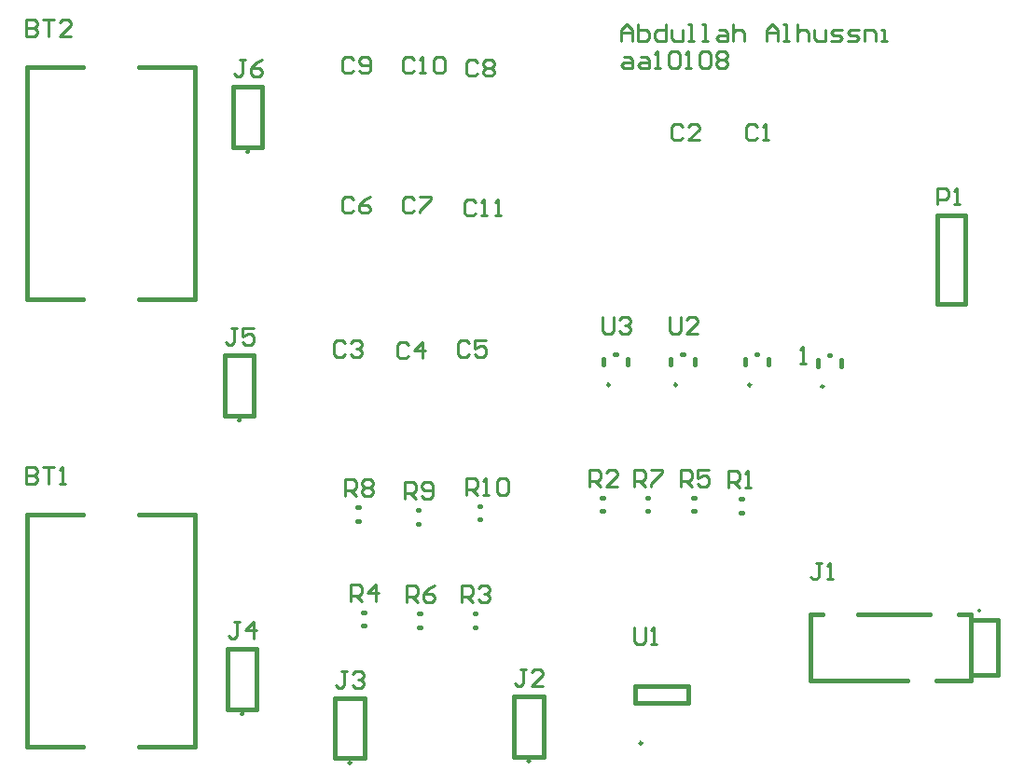
<source format=gto>
G04*
G04 #@! TF.GenerationSoftware,Altium Limited,Altium Designer,24.6.1 (21)*
G04*
G04 Layer_Color=65535*
%FSLAX44Y44*%
%MOMM*%
G71*
G04*
G04 #@! TF.SameCoordinates,331DEB25-2CF6-4BCB-8A95-B8F28AD14DBC*
G04*
G04*
G04 #@! TF.FilePolarity,Positive*
G04*
G01*
G75*
%ADD10C,0.2500*%
%ADD11C,0.2000*%
%ADD12C,0.4000*%
%ADD13C,0.2540*%
D10*
X567520Y360000D02*
G03*
X567520Y360000I-1250J0D01*
G01*
X761830Y358730D02*
G03*
X761830Y358730I-1250J0D01*
G01*
X596880Y34709D02*
G03*
X596880Y34709I-1250J0D01*
G01*
X495280Y18280D02*
G03*
X495280Y18280I-1250J0D01*
G01*
X332720Y17010D02*
G03*
X332720Y17010I-1250J0D01*
G01*
X695790Y360000D02*
G03*
X695790Y360000I-1250J0D01*
G01*
X628480D02*
G03*
X628480Y360000I-1250J0D01*
G01*
X234930Y61460D02*
G03*
X234930Y61460I-1250J0D01*
G01*
X232390Y328160D02*
G03*
X232390Y328160I-1250J0D01*
G01*
X240010Y572000D02*
G03*
X240010Y572000I-1250J0D01*
G01*
D11*
X903940Y154920D02*
G03*
X903940Y154920I-1000J0D01*
G01*
D12*
X583520Y378250D02*
Y383750D01*
X572020Y388000D02*
X573520D01*
X562020Y378250D02*
Y383750D01*
X686344Y243940D02*
X687796D01*
X686344Y256440D02*
X687796D01*
X777830Y376980D02*
Y382480D01*
X766330Y386730D02*
X767830D01*
X756330Y376980D02*
Y382480D01*
X894940Y146920D02*
X919940D01*
Y96920D02*
Y146920D01*
X894940Y96920D02*
X919940D01*
X749940Y151920D02*
X760940D01*
X792940D02*
X857940D01*
X883940D02*
X894940D01*
X749940Y91920D02*
Y151920D01*
Y91920D02*
X837940D01*
X863940D02*
X894940D01*
Y96920D01*
Y146920D01*
Y151920D01*
X394244Y139800D02*
X395696D01*
X394244Y152300D02*
X395696D01*
X590180Y70950D02*
X639180D01*
Y86530D01*
X590180D02*
X639180D01*
X590180Y70950D02*
Y86530D01*
X480680Y22230D02*
X507380D01*
Y76830D01*
X480680D02*
X507380D01*
X480680Y22230D02*
Y76830D01*
X318120Y20960D02*
X344820D01*
Y75560D01*
X318120D02*
X344820D01*
X318120Y20960D02*
Y75560D01*
X560233Y245210D02*
X561684D01*
X560233Y257710D02*
X561684D01*
X444663Y139800D02*
X446114D01*
X444663Y152300D02*
X446114D01*
X343444Y153570D02*
X344896D01*
X343444Y141070D02*
X344896D01*
X711790Y378250D02*
Y383750D01*
X700290Y388000D02*
X701790D01*
X690290Y378250D02*
Y383750D01*
X643164Y257710D02*
X644616D01*
X643164Y245210D02*
X644616D01*
X644480Y378250D02*
Y383750D01*
X632980Y388000D02*
X634480D01*
X622980Y378250D02*
Y383750D01*
X601254Y245210D02*
X602706D01*
X601254Y257710D02*
X602706D01*
X392974Y246280D02*
X394426D01*
X392974Y233780D02*
X394426D01*
X338364Y248820D02*
X339816D01*
X338364Y236320D02*
X339816D01*
X864870Y513710D02*
X890270D01*
Y433710D02*
Y513710D01*
X864870Y433710D02*
X890270D01*
X864870D02*
Y513710D01*
X448854Y250090D02*
X450306D01*
X448854Y237590D02*
X450306D01*
X38100Y31760D02*
Y242560D01*
X88900D01*
X38100Y31760D02*
X88900D01*
X139700D02*
X190500D01*
Y242560D01*
X139700D02*
X190500D01*
X220330Y65410D02*
X247030D01*
Y120010D01*
X220330D02*
X247030D01*
X220330Y65410D02*
Y120010D01*
X38100Y438160D02*
Y648960D01*
X88900D01*
X38100Y438160D02*
X88900D01*
X139700D02*
X190500D01*
Y648960D01*
X139700D02*
X190500D01*
X217790Y332110D02*
X244490D01*
Y386710D01*
X217790D02*
X244490D01*
X217790Y332110D02*
Y386710D01*
X225410Y575950D02*
X252110D01*
Y630550D01*
X225410D02*
X252110D01*
X225410Y575950D02*
Y630550D01*
D13*
X577850Y672078D02*
Y682235D01*
X582928Y687313D01*
X588007Y682235D01*
Y672078D01*
Y679696D01*
X577850D01*
X593085Y687313D02*
Y672078D01*
X600703D01*
X603242Y674617D01*
Y677156D01*
Y679696D01*
X600703Y682235D01*
X593085D01*
X618477Y687313D02*
Y672078D01*
X610859D01*
X608320Y674617D01*
Y679696D01*
X610859Y682235D01*
X618477D01*
X623555D02*
Y674617D01*
X626094Y672078D01*
X633712D01*
Y682235D01*
X638790Y672078D02*
X643869D01*
X641329D01*
Y687313D01*
X638790D01*
X651486Y672078D02*
X656564D01*
X654025D01*
Y687313D01*
X651486D01*
X666721Y682235D02*
X671800D01*
X674339Y679696D01*
Y672078D01*
X666721D01*
X664182Y674617D01*
X666721Y677156D01*
X674339D01*
X679417Y687313D02*
Y672078D01*
Y679696D01*
X681956Y682235D01*
X687035D01*
X689574Y679696D01*
Y672078D01*
X709887D02*
Y682235D01*
X714966Y687313D01*
X720044Y682235D01*
Y672078D01*
Y679696D01*
X709887D01*
X725122Y672078D02*
X730201D01*
X727662D01*
Y687313D01*
X725122D01*
X737818D02*
Y672078D01*
Y679696D01*
X740357Y682235D01*
X745436D01*
X747975Y679696D01*
Y672078D01*
X753053Y682235D02*
Y674617D01*
X755592Y672078D01*
X763210D01*
Y682235D01*
X768288Y672078D02*
X775906D01*
X778445Y674617D01*
X775906Y677156D01*
X770828D01*
X768288Y679696D01*
X770828Y682235D01*
X778445D01*
X783523Y672078D02*
X791141D01*
X793680Y674617D01*
X791141Y677156D01*
X786063D01*
X783523Y679696D01*
X786063Y682235D01*
X793680D01*
X798758Y672078D02*
Y682235D01*
X806376D01*
X808915Y679696D01*
Y672078D01*
X813994D02*
X819072D01*
X816533D01*
Y682235D01*
X813994D01*
X580389Y657857D02*
X585467D01*
X588007Y655318D01*
Y647700D01*
X580389D01*
X577850Y650239D01*
X580389Y652778D01*
X588007D01*
X595624Y657857D02*
X600703D01*
X603242Y655318D01*
Y647700D01*
X595624D01*
X593085Y650239D01*
X595624Y652778D01*
X603242D01*
X608320Y647700D02*
X613399D01*
X610859D01*
Y662935D01*
X608320Y660396D01*
X621016D02*
X623555Y662935D01*
X628634D01*
X631173Y660396D01*
Y650239D01*
X628634Y647700D01*
X623555D01*
X621016Y650239D01*
Y660396D01*
X636251Y647700D02*
X641329D01*
X638790D01*
Y662935D01*
X636251Y660396D01*
X648947D02*
X651486Y662935D01*
X656564D01*
X659104Y660396D01*
Y650239D01*
X656564Y647700D01*
X651486D01*
X648947Y650239D01*
Y660396D01*
X664182D02*
X666721Y662935D01*
X671800D01*
X674339Y660396D01*
Y657857D01*
X671800Y655318D01*
X674339Y652778D01*
Y650239D01*
X671800Y647700D01*
X666721D01*
X664182Y650239D01*
Y652778D01*
X666721Y655318D01*
X664182Y657857D01*
Y660396D01*
X666721Y655318D02*
X671800D01*
X561086Y421381D02*
Y408685D01*
X563625Y406146D01*
X568703D01*
X571243Y408685D01*
Y421381D01*
X576321Y418842D02*
X578860Y421381D01*
X583939D01*
X586478Y418842D01*
Y416303D01*
X583939Y413764D01*
X581399D01*
X583939D01*
X586478Y411224D01*
Y408685D01*
X583939Y406146D01*
X578860D01*
X576321Y408685D01*
X675132Y266700D02*
Y281935D01*
X682749D01*
X685289Y279396D01*
Y274317D01*
X682749Y271778D01*
X675132D01*
X680210D02*
X685289Y266700D01*
X690367D02*
X695445D01*
X692906D01*
Y281935D01*
X690367Y279396D01*
X740156Y379476D02*
X745234D01*
X742695D01*
Y394711D01*
X740156Y392172D01*
X759965Y198623D02*
X754886D01*
X757426D01*
Y185927D01*
X754886Y183388D01*
X752347D01*
X749808Y185927D01*
X765043Y183388D02*
X770121D01*
X767582D01*
Y198623D01*
X765043Y196084D01*
X383032Y162560D02*
Y177795D01*
X390649D01*
X393189Y175256D01*
Y170177D01*
X390649Y167638D01*
X383032D01*
X388110D02*
X393189Y162560D01*
X408424Y177795D02*
X403345Y175256D01*
X398267Y170177D01*
Y165099D01*
X400806Y162560D01*
X405885D01*
X408424Y165099D01*
Y167638D01*
X405885Y170177D01*
X398267D01*
X439417Y398014D02*
X436878Y400553D01*
X431799D01*
X429260Y398014D01*
Y387857D01*
X431799Y385318D01*
X436878D01*
X439417Y387857D01*
X454652Y400553D02*
X444495D01*
Y392935D01*
X449573Y395475D01*
X452113D01*
X454652Y392935D01*
Y387857D01*
X452113Y385318D01*
X447034D01*
X444495Y387857D01*
X589280Y139695D02*
Y126999D01*
X591819Y124460D01*
X596898D01*
X599437Y126999D01*
Y139695D01*
X604515Y124460D02*
X609593D01*
X607054D01*
Y139695D01*
X604515Y137156D01*
X491487Y101595D02*
X486408D01*
X488947D01*
Y88899D01*
X486408Y86360D01*
X483869D01*
X481330Y88899D01*
X506722Y86360D02*
X496565D01*
X506722Y96517D01*
Y99056D01*
X504183Y101595D01*
X499104D01*
X496565Y99056D01*
X328927Y100325D02*
X323848D01*
X326387D01*
Y87629D01*
X323848Y85090D01*
X321309D01*
X318770Y87629D01*
X334005Y97786D02*
X336544Y100325D01*
X341623D01*
X344162Y97786D01*
Y95247D01*
X341623Y92708D01*
X339083D01*
X341623D01*
X344162Y90168D01*
Y87629D01*
X341623Y85090D01*
X336544D01*
X334005Y87629D01*
X548894Y267970D02*
Y283205D01*
X556511D01*
X559051Y280666D01*
Y275588D01*
X556511Y273048D01*
X548894D01*
X553972D02*
X559051Y267970D01*
X574286D02*
X564129D01*
X574286Y278127D01*
Y280666D01*
X571747Y283205D01*
X566668D01*
X564129Y280666D01*
X701037Y594864D02*
X698497Y597403D01*
X693419D01*
X690880Y594864D01*
Y584707D01*
X693419Y582168D01*
X698497D01*
X701037Y584707D01*
X706115Y582168D02*
X711193D01*
X708654D01*
Y597403D01*
X706115Y594864D01*
X433324Y162560D02*
Y177795D01*
X440942D01*
X443481Y175256D01*
Y170177D01*
X440942Y167638D01*
X433324D01*
X438402D02*
X443481Y162560D01*
X448559Y175256D02*
X451098Y177795D01*
X456177D01*
X458716Y175256D01*
Y172717D01*
X456177Y170177D01*
X453637D01*
X456177D01*
X458716Y167638D01*
Y165099D01*
X456177Y162560D01*
X451098D01*
X448559Y165099D01*
X332232Y163830D02*
Y179065D01*
X339850D01*
X342389Y176526D01*
Y171448D01*
X339850Y168908D01*
X332232D01*
X337310D02*
X342389Y163830D01*
X355085D02*
Y179065D01*
X347467Y171448D01*
X357624D01*
X631952Y267970D02*
Y283205D01*
X639570D01*
X642109Y280666D01*
Y275588D01*
X639570Y273048D01*
X631952D01*
X637030D02*
X642109Y267970D01*
X657344Y283205D02*
X647187D01*
Y275588D01*
X652265Y278127D01*
X654805D01*
X657344Y275588D01*
Y270509D01*
X654805Y267970D01*
X649726D01*
X647187Y270509D01*
X622046Y421381D02*
Y408685D01*
X624585Y406146D01*
X629664D01*
X632203Y408685D01*
Y421381D01*
X647438Y406146D02*
X637281D01*
X647438Y416303D01*
Y418842D01*
X644899Y421381D01*
X639820D01*
X637281Y418842D01*
X633727Y594864D02*
X631188Y597403D01*
X626109D01*
X623570Y594864D01*
Y584707D01*
X626109Y582168D01*
X631188D01*
X633727Y584707D01*
X648962Y582168D02*
X638805D01*
X648962Y592325D01*
Y594864D01*
X646423Y597403D01*
X641344D01*
X638805Y594864D01*
X590042Y267970D02*
Y283205D01*
X597659D01*
X600199Y280666D01*
Y275588D01*
X597659Y273048D01*
X590042D01*
X595120D02*
X600199Y267970D01*
X605277Y283205D02*
X615434D01*
Y280666D01*
X605277Y270509D01*
Y267970D01*
X381762Y256540D02*
Y271775D01*
X389380D01*
X391919Y269236D01*
Y264158D01*
X389380Y261618D01*
X381762D01*
X386840D02*
X391919Y256540D01*
X396997Y259079D02*
X399536Y256540D01*
X404615D01*
X407154Y259079D01*
Y269236D01*
X404615Y271775D01*
X399536D01*
X396997Y269236D01*
Y266697D01*
X399536Y264158D01*
X407154D01*
X327152Y259080D02*
Y274315D01*
X334770D01*
X337309Y271776D01*
Y266698D01*
X334770Y264158D01*
X327152D01*
X332230D02*
X337309Y259080D01*
X342387Y271776D02*
X344926Y274315D01*
X350005D01*
X352544Y271776D01*
Y269237D01*
X350005Y266698D01*
X352544Y264158D01*
Y261619D01*
X350005Y259080D01*
X344926D01*
X342387Y261619D01*
Y264158D01*
X344926Y266698D01*
X342387Y269237D01*
Y271776D01*
X344926Y266698D02*
X350005D01*
X864870Y523748D02*
Y538983D01*
X872487D01*
X875027Y536444D01*
Y531366D01*
X872487Y528826D01*
X864870D01*
X880105Y523748D02*
X885183D01*
X882644D01*
Y538983D01*
X880105Y536444D01*
X327403Y398014D02*
X324864Y400553D01*
X319785D01*
X317246Y398014D01*
Y387857D01*
X319785Y385318D01*
X324864D01*
X327403Y387857D01*
X332481Y398014D02*
X335020Y400553D01*
X340099D01*
X342638Y398014D01*
Y395475D01*
X340099Y392935D01*
X337559D01*
X340099D01*
X342638Y390396D01*
Y387857D01*
X340099Y385318D01*
X335020D01*
X332481Y387857D01*
X384553Y396744D02*
X382014Y399283D01*
X376935D01*
X374396Y396744D01*
Y386587D01*
X376935Y384048D01*
X382014D01*
X384553Y386587D01*
X397249Y384048D02*
Y399283D01*
X389631Y391665D01*
X399788D01*
X437642Y260350D02*
Y275585D01*
X445260D01*
X447799Y273046D01*
Y267967D01*
X445260Y265428D01*
X437642D01*
X442720D02*
X447799Y260350D01*
X452877D02*
X457955D01*
X455416D01*
Y275585D01*
X452877Y273046D01*
X465573D02*
X468112Y275585D01*
X473190D01*
X475730Y273046D01*
Y262889D01*
X473190Y260350D01*
X468112D01*
X465573Y262889D01*
Y273046D01*
X37846Y285237D02*
Y270002D01*
X45464D01*
X48003Y272541D01*
Y275080D01*
X45464Y277619D01*
X37846D01*
X45464D01*
X48003Y280159D01*
Y282698D01*
X45464Y285237D01*
X37846D01*
X53081D02*
X63238D01*
X58159D01*
Y270002D01*
X68316D02*
X73394D01*
X70855D01*
Y285237D01*
X68316Y282698D01*
X447037Y653284D02*
X444497Y655823D01*
X439419D01*
X436880Y653284D01*
Y643127D01*
X439419Y640588D01*
X444497D01*
X447037Y643127D01*
X452115Y653284D02*
X454654Y655823D01*
X459733D01*
X462272Y653284D01*
Y650745D01*
X459733Y648205D01*
X462272Y645666D01*
Y643127D01*
X459733Y640588D01*
X454654D01*
X452115Y643127D01*
Y645666D01*
X454654Y648205D01*
X452115Y650745D01*
Y653284D01*
X454654Y648205D02*
X459733D01*
X389633Y528824D02*
X387094Y531363D01*
X382015D01*
X379476Y528824D01*
Y518667D01*
X382015Y516128D01*
X387094D01*
X389633Y518667D01*
X394711Y531363D02*
X404868D01*
Y528824D01*
X394711Y518667D01*
Y516128D01*
X335023Y528824D02*
X332483Y531363D01*
X327405D01*
X324866Y528824D01*
Y518667D01*
X327405Y516128D01*
X332483D01*
X335023Y518667D01*
X350258Y531363D02*
X345179Y528824D01*
X340101Y523745D01*
Y518667D01*
X342640Y516128D01*
X347719D01*
X350258Y518667D01*
Y521206D01*
X347719Y523745D01*
X340101D01*
X231137Y144775D02*
X226058D01*
X228598D01*
Y132079D01*
X226058Y129540D01*
X223519D01*
X220980Y132079D01*
X243833Y129540D02*
Y144775D01*
X236215Y137157D01*
X246372D01*
X445513Y526284D02*
X442974Y528823D01*
X437895D01*
X435356Y526284D01*
Y516127D01*
X437895Y513588D01*
X442974D01*
X445513Y516127D01*
X450591Y513588D02*
X455669D01*
X453130D01*
Y528823D01*
X450591Y526284D01*
X463287Y513588D02*
X468365D01*
X465826D01*
Y528823D01*
X463287Y526284D01*
X389633Y655824D02*
X387094Y658363D01*
X382015D01*
X379476Y655824D01*
Y645667D01*
X382015Y643128D01*
X387094D01*
X389633Y645667D01*
X394711Y643128D02*
X399789D01*
X397250D01*
Y658363D01*
X394711Y655824D01*
X407407D02*
X409946Y658363D01*
X415024D01*
X417564Y655824D01*
Y645667D01*
X415024Y643128D01*
X409946D01*
X407407Y645667D01*
Y655824D01*
X335023D02*
X332483Y658363D01*
X327405D01*
X324866Y655824D01*
Y645667D01*
X327405Y643128D01*
X332483D01*
X335023Y645667D01*
X340101D02*
X342640Y643128D01*
X347719D01*
X350258Y645667D01*
Y655824D01*
X347719Y658363D01*
X342640D01*
X340101Y655824D01*
Y653285D01*
X342640Y650745D01*
X350258D01*
X37846Y691637D02*
Y676402D01*
X45464D01*
X48003Y678941D01*
Y681480D01*
X45464Y684019D01*
X37846D01*
X45464D01*
X48003Y686559D01*
Y689098D01*
X45464Y691637D01*
X37846D01*
X53081D02*
X63238D01*
X58159D01*
Y676402D01*
X78473D02*
X68316D01*
X78473Y686559D01*
Y689098D01*
X75934Y691637D01*
X70855D01*
X68316Y689098D01*
X228597Y411475D02*
X223518D01*
X226057D01*
Y398779D01*
X223518Y396240D01*
X220979D01*
X218440Y398779D01*
X243832Y411475D02*
X233675D01*
Y403857D01*
X238753Y406397D01*
X241293D01*
X243832Y403857D01*
Y398779D01*
X241293Y396240D01*
X236214D01*
X233675Y398779D01*
X236217Y655315D02*
X231138D01*
X233678D01*
Y642619D01*
X231138Y640080D01*
X228599D01*
X226060Y642619D01*
X251452Y655315D02*
X246373Y652776D01*
X241295Y647698D01*
Y642619D01*
X243834Y640080D01*
X248913D01*
X251452Y642619D01*
Y645158D01*
X248913Y647698D01*
X241295D01*
M02*

</source>
